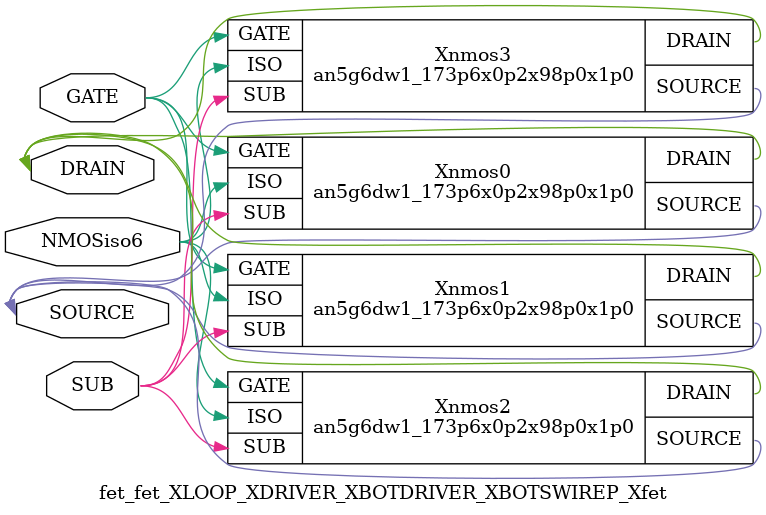
<source format=v>

module an5g6dw1_173p6x0p2x98p0x1p0 (DRAIN,GATE,SOURCE,ISO,SUB);
input GATE;
input ISO;
input SUB;
inout SOURCE;
inout DRAIN;
endmodule

//Celera Confidential Do Not Copy fet_fet_XLOOP_XDRIVER_XBOTDRIVER_XBOTSWIREP_Xfet
//Celera Confidential Symbol Generator
//power NMOS:Ron:0.050 Ohm
//Vgs 6V Vds 6V
//Kelvin:no

module fet_fet_XLOOP_XDRIVER_XBOTDRIVER_XBOTSWIREP_Xfet (GATE,SOURCE,DRAIN,NMOSiso6,SUB);
input GATE;
inout SOURCE;
inout DRAIN;
input SUB;
input NMOSiso6;

//Celera Confidential Do Not Copy an5g6dw1_173p6x0p2x98p0x1p0
an5g6dw1_173p6x0p2x98p0x1p0 Xnmos0(
.DRAIN (DRAIN),
.GATE (GATE),
.SOURCE (SOURCE),
.ISO (NMOSiso6),
.SUB (SUB)
);
//,diesize,an5g6dw1_173p6x0p2x98p0x1p0

//Celera Confidential Do Not Copy an5g6dw1_173p6x0p2x98p0x1p0
an5g6dw1_173p6x0p2x98p0x1p0 Xnmos1(
.DRAIN (DRAIN),
.GATE (GATE),
.SOURCE (SOURCE),
.ISO (NMOSiso6),
.SUB (SUB)
);
//,diesize,an5g6dw1_173p6x0p2x98p0x1p0

//Celera Confidential Do Not Copy an5g6dw1_173p6x0p2x98p0x1p0
an5g6dw1_173p6x0p2x98p0x1p0 Xnmos2(
.DRAIN (DRAIN),
.GATE (GATE),
.SOURCE (SOURCE),
.ISO (NMOSiso6),
.SUB (SUB)
);
//,diesize,an5g6dw1_173p6x0p2x98p0x1p0

//Celera Confidential Do Not Copy an5g6dw1_173p6x0p2x98p0x1p0
an5g6dw1_173p6x0p2x98p0x1p0 Xnmos3(
.DRAIN (DRAIN),
.GATE (GATE),
.SOURCE (SOURCE),
.ISO (NMOSiso6),
.SUB (SUB)
);
//,diesize,an5g6dw1_173p6x0p2x98p0x1p0

//Celera Confidential Do Not Copy Module End
//Celera Schematic Generator
endmodule

</source>
